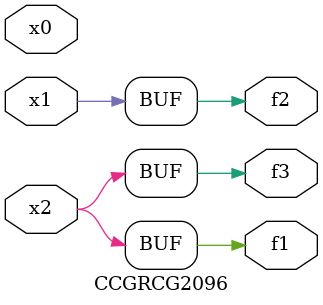
<source format=v>
module CCGRCG2096(
	input x0, x1, x2,
	output f1, f2, f3
);
	assign f1 = x2;
	assign f2 = x1;
	assign f3 = x2;
endmodule

</source>
